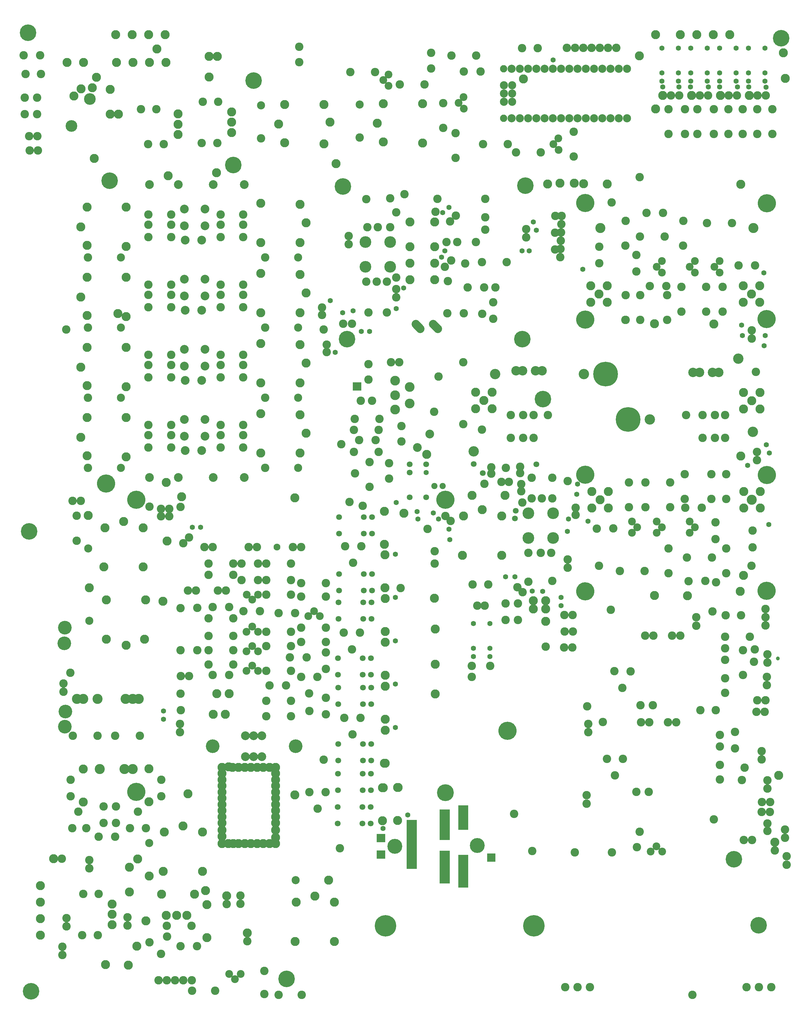
<source format=gbr>
%FSLAX34Y34*%
%MOMM*%
%LNSOLDERMASK_TOP*%
G71*
G01*
%ADD10C,2.600*%
%ADD11C,2.400*%
%ADD12C,2.800*%
%ADD13C,2.600*%
%ADD14C,5.100*%
%ADD15C,1.600*%
%ADD16C,3.100*%
%ADD17C,7.600*%
%ADD18C,3.200*%
%ADD19C,2.900*%
%ADD20C,2.600*%
%ADD21C,2.600*%
%ADD22C,2.400*%
%ADD23C,2.600*%
%ADD24C,3.600*%
%ADD25C,2.800*%
%ADD26C,3.000*%
%ADD27C,1.800*%
%ADD28C,1.600*%
%ADD29C,2.700*%
%ADD30C,2.700*%
%ADD31C,2.500*%
%ADD32C,2.800*%
%ADD33C,4.200*%
%ADD34C,2.700*%
%ADD35C,2.800*%
%ADD36C,2.100*%
%ADD37C,1.600*%
%ADD38C,6.600*%
%ADD39C,4.200*%
%ADD40C,4.600*%
%ADD41C,5.600*%
%ADD42C,1.900*%
%ADD43C,2.500*%
%ADD44C,2.250*%
%ADD45C,5.200*%
%ADD46C,1.200*%
%LPD*%
X519851Y1365358D02*
G54D10*
D03*
X519901Y1441608D02*
G54D10*
D03*
X438857Y1361958D02*
G54D10*
D03*
X438970Y1310977D02*
G54D10*
D03*
X553157Y1336558D02*
G54D10*
D03*
X553269Y1285578D02*
G54D10*
D03*
X519867Y1136758D02*
G54D10*
D03*
X519917Y1213008D02*
G54D10*
D03*
X640588Y1393372D02*
G54D10*
D03*
X564338Y1393422D02*
G54D10*
D03*
X565547Y1213008D02*
G54D10*
D03*
X565497Y1136758D02*
G54D10*
D03*
X697650Y1365357D02*
G54D10*
D03*
X697700Y1441607D02*
G54D10*
D03*
X594982Y1240842D02*
G54D10*
D03*
X692547Y1238408D02*
G54D10*
D03*
X692497Y1162158D02*
G54D10*
D03*
X768746Y1238408D02*
G54D10*
D03*
X768696Y1162158D02*
G54D10*
D03*
X819546Y1238408D02*
G54D10*
D03*
X819496Y1162158D02*
G54D10*
D03*
X919018Y1304453D02*
G54D10*
D03*
X868038Y1304340D02*
G54D10*
D03*
X847564Y1435176D02*
G54D10*
D03*
X771314Y1435226D02*
G54D10*
D03*
X632222Y1317783D02*
G54D11*
D03*
X616322Y1300208D02*
G54D11*
D03*
X632256Y1282592D02*
G54D11*
D03*
X733822Y1317783D02*
G54D11*
D03*
X717922Y1300208D02*
G54D11*
D03*
X733856Y1282592D02*
G54D11*
D03*
X810022Y1317783D02*
G54D11*
D03*
X794122Y1300208D02*
G54D11*
D03*
X810056Y1282592D02*
G54D11*
D03*
X413122Y1241683D02*
G54D12*
D03*
X463922Y1241683D02*
G54D12*
D03*
X438522Y1216283D02*
G54D12*
D03*
X463922Y1190883D02*
G54D12*
D03*
X413122Y1190883D02*
G54D12*
D03*
X883022Y1241683D02*
G54D12*
D03*
X933822Y1241683D02*
G54D12*
D03*
X908422Y1216283D02*
G54D12*
D03*
X933822Y1190883D02*
G54D12*
D03*
X883022Y1190883D02*
G54D12*
D03*
X584548Y1465992D02*
G54D10*
D03*
X635528Y1466105D02*
G54D10*
D03*
X519867Y1136758D02*
G54D13*
D03*
X395446Y1496376D02*
G54D14*
D03*
X645782Y1240842D02*
G54D10*
D03*
X648097Y1213008D02*
G54D10*
D03*
X648047Y1136758D02*
G54D10*
D03*
X477097Y1498158D02*
G54D10*
D03*
X388322Y1292383D02*
G54D15*
D03*
X565497Y1136758D02*
G54D13*
D03*
X648047Y1136758D02*
G54D13*
D03*
X692497Y1162158D02*
G54D13*
D03*
X768696Y1162158D02*
G54D13*
D03*
X955278Y1495583D02*
G54D14*
D03*
X395446Y1137602D02*
G54D14*
D03*
X954642Y1139189D02*
G54D14*
D03*
X445472Y1419383D02*
G54D15*
D03*
X442296Y1419384D02*
G54D16*
D03*
X914021Y1419384D02*
G54D16*
D03*
X528072Y830142D02*
G54D17*
D03*
X458222Y969842D02*
G54D17*
D03*
X391547Y969842D02*
G54D18*
D03*
X594747Y830142D02*
G54D18*
D03*
X182672Y979942D02*
G54D19*
D03*
X262672Y979942D02*
G54D20*
D03*
X727672Y974942D02*
G54D20*
D03*
X807672Y974942D02*
G54D20*
D03*
X262672Y979942D02*
G54D19*
D03*
X727672Y974942D02*
G54D19*
D03*
X807672Y974942D02*
G54D12*
D03*
X202672Y979942D02*
G54D19*
D03*
X242672Y979942D02*
G54D19*
D03*
X747672Y974942D02*
G54D19*
D03*
X787672Y974942D02*
G54D19*
D03*
X58247Y863612D02*
G54D12*
D03*
X58247Y914412D02*
G54D12*
D03*
X83647Y889012D02*
G54D12*
D03*
X109047Y914412D02*
G54D12*
D03*
X109047Y863612D02*
G54D12*
D03*
X58247Y862342D02*
G54D21*
D03*
X109047Y862342D02*
G54D13*
D03*
X883747Y862342D02*
G54D12*
D03*
X883747Y913142D02*
G54D12*
D03*
X909147Y887742D02*
G54D12*
D03*
X934547Y913142D02*
G54D12*
D03*
X934547Y862342D02*
G54D12*
D03*
X883747Y862342D02*
G54D21*
D03*
X934547Y862342D02*
G54D13*
D03*
X757204Y773705D02*
G54D10*
D03*
X757204Y843555D02*
G54D10*
D03*
X827054Y773705D02*
G54D10*
D03*
X827054Y843555D02*
G54D10*
D03*
X795304Y843555D02*
G54D10*
D03*
X795304Y773705D02*
G54D10*
D03*
X827055Y773705D02*
G54D13*
D03*
X827055Y843555D02*
G54D13*
D03*
X166654Y773705D02*
G54D10*
D03*
X166654Y843555D02*
G54D10*
D03*
X236504Y773705D02*
G54D10*
D03*
X236504Y843556D02*
G54D10*
D03*
X204754Y843556D02*
G54D10*
D03*
X204754Y773706D02*
G54D10*
D03*
X236505Y773705D02*
G54D13*
D03*
X236505Y843556D02*
G54D13*
D03*
X807672Y974942D02*
G54D19*
D03*
X280955Y843555D02*
G54D21*
D03*
X706405Y843555D02*
G54D21*
D03*
X921947Y976667D02*
G54D21*
D03*
X77397Y798868D02*
G54D21*
D03*
X58247Y913142D02*
G54D13*
D03*
X109047Y913143D02*
G54D13*
D03*
X883747Y913142D02*
G54D13*
D03*
X934547Y913142D02*
G54D13*
D03*
X934547Y862342D02*
G54D13*
D03*
X395446Y659764D02*
G54D14*
D03*
X955278Y658971D02*
G54D14*
D03*
X395446Y300989D02*
G54D14*
D03*
X954642Y302576D02*
G54D14*
D03*
X909021Y582771D02*
G54D16*
D03*
X-281578Y1299843D02*
G54D22*
D03*
X-205378Y1299843D02*
G54D22*
D03*
X-205378Y1376043D02*
G54D22*
D03*
X-281578Y1376043D02*
G54D22*
D03*
X-205466Y1511066D02*
G54D10*
D03*
X-205466Y1422166D02*
G54D10*
D03*
X-243566Y1422166D02*
G54D10*
D03*
X-275316Y1422166D02*
G54D10*
D03*
X-215110Y1159276D02*
G54D10*
D03*
X-278609Y1254526D02*
G54D10*
D03*
X-246860Y1254526D02*
G54D10*
D03*
X-215110Y1254526D02*
G54D10*
D03*
X-186627Y1266814D02*
G54D10*
D03*
X-278610Y1508526D02*
G54D10*
D03*
X-161016Y1523766D02*
G54D10*
D03*
X1412Y1376076D02*
G54D10*
D03*
X58562Y1376076D02*
G54D10*
D03*
X87262Y1452276D02*
G54D10*
D03*
X87262Y1509426D02*
G54D10*
D03*
X26212Y1310453D02*
G54D10*
D03*
X-27740Y1256572D02*
G54D10*
D03*
X26212Y1310453D02*
G54D13*
D03*
X153988Y1314504D02*
G54D10*
D03*
X77738Y1314554D02*
G54D10*
D03*
X153988Y1314505D02*
G54D13*
D03*
X33162Y1236376D02*
G54D10*
D03*
X83962Y1236376D02*
G54D10*
D03*
X83962Y1236376D02*
G54D10*
D03*
X112569Y1140270D02*
G54D10*
D03*
X112457Y1191251D02*
G54D10*
D03*
X112569Y1140270D02*
G54D10*
D03*
X87262Y1414176D02*
G54D10*
D03*
X119012Y1236376D02*
G54D10*
D03*
X-31608Y1376076D02*
G54D10*
D03*
X-20688Y1439576D02*
G54D10*
D03*
X-144384Y1438082D02*
G54D12*
D03*
X-68184Y1438082D02*
G54D12*
D03*
X-144384Y1361882D02*
G54D12*
D03*
X-144384Y1311082D02*
G54D12*
D03*
X-144384Y1260282D02*
G54D12*
D03*
X-68184Y1361882D02*
G54D12*
D03*
X-68184Y1311082D02*
G54D12*
D03*
X-68184Y1260282D02*
G54D12*
D03*
X-68184Y1438082D02*
G54D10*
D03*
X78067Y1155278D02*
G54D10*
D03*
X21847Y1157523D02*
G54D10*
D03*
X21847Y1157523D02*
G54D10*
D03*
X-28953Y1157523D02*
G54D10*
D03*
G54D23*
X-58769Y1109801D02*
X-72911Y1123943D01*
G54D23*
X-112744Y1109801D02*
X-126886Y1123943D01*
X-332978Y1394777D02*
G54D21*
D03*
X-332978Y1369377D02*
G54D21*
D03*
X-59928Y1509077D02*
G54D21*
D03*
X-281578Y1376042D02*
G54D24*
D03*
X-281578Y1299843D02*
G54D24*
D03*
X-205378Y1299843D02*
G54D24*
D03*
X-205378Y1376043D02*
G54D24*
D03*
X296900Y541641D02*
G54D22*
D03*
X220700Y541641D02*
G54D22*
D03*
X220700Y465441D02*
G54D22*
D03*
X296900Y465441D02*
G54D22*
D03*
X220788Y330418D02*
G54D10*
D03*
X220788Y419318D02*
G54D10*
D03*
X258888Y419318D02*
G54D10*
D03*
X290638Y419318D02*
G54D10*
D03*
X293932Y650458D02*
G54D10*
D03*
X230432Y650458D02*
G54D10*
D03*
X293931Y586958D02*
G54D10*
D03*
X262182Y586958D02*
G54D10*
D03*
X230432Y586958D02*
G54D10*
D03*
X201949Y574669D02*
G54D10*
D03*
X293932Y332958D02*
G54D10*
D03*
X341950Y373682D02*
G54D21*
D03*
X341950Y399082D02*
G54D21*
D03*
X341950Y640382D02*
G54D21*
D03*
X296900Y465441D02*
G54D24*
D03*
X296900Y541641D02*
G54D24*
D03*
X220700Y541641D02*
G54D24*
D03*
X220700Y465441D02*
G54D24*
D03*
X17692Y412060D02*
G54D12*
D03*
X20866Y532710D02*
G54D12*
D03*
X138342Y412060D02*
G54D12*
D03*
X138342Y532710D02*
G54D12*
D03*
X78017Y552173D02*
G54D12*
D03*
X20866Y532710D02*
G54D25*
D03*
X46713Y596292D02*
G54D12*
D03*
X148313Y596291D02*
G54D12*
D03*
X235613Y272152D02*
G54D12*
D03*
X235613Y246752D02*
G54D12*
D03*
X273713Y246752D02*
G54D12*
D03*
X273713Y208652D02*
G54D12*
D03*
X188208Y264145D02*
G54D10*
D03*
X188321Y213164D02*
G54D10*
D03*
X188208Y264144D02*
G54D10*
D03*
X188320Y213164D02*
G54D10*
D03*
X150108Y264145D02*
G54D10*
D03*
X150220Y213164D02*
G54D10*
D03*
X150108Y264144D02*
G54D10*
D03*
X150220Y213164D02*
G54D10*
D03*
X273713Y272152D02*
G54D12*
D03*
X84680Y632101D02*
G54D10*
D03*
X46713Y596292D02*
G54D12*
D03*
X-145329Y930590D02*
G54D26*
D03*
X-145329Y879790D02*
G54D26*
D03*
X-189779Y905190D02*
G54D26*
D03*
X-189779Y860740D02*
G54D26*
D03*
X-189779Y949640D02*
G54D26*
D03*
X-177079Y1006790D02*
G54D10*
D03*
X-202479Y1006790D02*
G54D10*
D03*
X-238164Y832165D02*
G54D10*
D03*
X-314414Y832215D02*
G54D10*
D03*
X-317106Y797905D02*
G54D10*
D03*
X-240856Y797855D02*
G54D10*
D03*
X-301172Y766429D02*
G54D10*
D03*
X-250192Y766541D02*
G54D10*
D03*
X-272329Y1000528D02*
G54D10*
D03*
X-272329Y952728D02*
G54D10*
D03*
X-268719Y698904D02*
G54D10*
D03*
X-268769Y622654D02*
G54D10*
D03*
X-208829Y647840D02*
G54D10*
D03*
X-208829Y695640D02*
G54D10*
D03*
X-296273Y887684D02*
G54D10*
D03*
X-261173Y887684D02*
G54D10*
D03*
X-170729Y762140D02*
G54D10*
D03*
X-170729Y809940D02*
G54D10*
D03*
X-317051Y730258D02*
G54D10*
D03*
X-240801Y730208D02*
G54D10*
D03*
X-69854Y853835D02*
G54D10*
D03*
X-317106Y797906D02*
G54D10*
D03*
X-317051Y730258D02*
G54D10*
D03*
X-208829Y647840D02*
G54D10*
D03*
X-268769Y622654D02*
G54D10*
D03*
G36*
X-294379Y944860D02*
X-294379Y918860D01*
X-320379Y918860D01*
X-320379Y944860D01*
X-294379Y944860D01*
G37*
X-94529Y692378D02*
G54D27*
D03*
X-94529Y666978D02*
G54D28*
D03*
X-145329Y692378D02*
G54D28*
D03*
X-145329Y666978D02*
G54D27*
D03*
X-94529Y590778D02*
G54D28*
D03*
X-145329Y590778D02*
G54D28*
D03*
X-92497Y723144D02*
G54D12*
D03*
X-90333Y493170D02*
G54D21*
D03*
X-145329Y692378D02*
G54D27*
D03*
X-94529Y590778D02*
G54D27*
D03*
X-145329Y590778D02*
G54D27*
D03*
X955222Y12320D02*
G54D10*
D03*
X955222Y37820D02*
G54D10*
D03*
X-880320Y743691D02*
G54D10*
D03*
X-950170Y743691D02*
G54D10*
D03*
X-880320Y813541D02*
G54D10*
D03*
X-950170Y813541D02*
G54D10*
D03*
X-950170Y781791D02*
G54D10*
D03*
X-880320Y781791D02*
G54D10*
D03*
X-836912Y734920D02*
G54D29*
D03*
X-785930Y735032D02*
G54D29*
D03*
X-658070Y743691D02*
G54D10*
D03*
X-727920Y743691D02*
G54D10*
D03*
X-658070Y813541D02*
G54D10*
D03*
X-727920Y813541D02*
G54D10*
D03*
X-727920Y781791D02*
G54D10*
D03*
X-658070Y781791D02*
G54D10*
D03*
X-775847Y779018D02*
G54D10*
D03*
X-775960Y829998D02*
G54D10*
D03*
X-839347Y779018D02*
G54D10*
D03*
X-839460Y829998D02*
G54D10*
D03*
X-658070Y813541D02*
G54D13*
D03*
X-727920Y813541D02*
G54D13*
D03*
X-775960Y829999D02*
G54D30*
D03*
X-839460Y829999D02*
G54D13*
D03*
X-880320Y813541D02*
G54D13*
D03*
X-950170Y813541D02*
G54D13*
D03*
X-839347Y779018D02*
G54D29*
D03*
X-839460Y829998D02*
G54D29*
D03*
X-775960Y829998D02*
G54D29*
D03*
X-775847Y779018D02*
G54D29*
D03*
X-603857Y847983D02*
G54D12*
D03*
X-483207Y844809D02*
G54D12*
D03*
X-603857Y727333D02*
G54D12*
D03*
X-483207Y727333D02*
G54D12*
D03*
X-464394Y787658D02*
G54D12*
D03*
X-590350Y681054D02*
G54D31*
D03*
X-488750Y681054D02*
G54D31*
D03*
X-483207Y844809D02*
G54D12*
D03*
X-1018852Y715244D02*
G54D12*
D03*
X-1139502Y718418D02*
G54D12*
D03*
X-1018852Y835895D02*
G54D12*
D03*
X-1139502Y835895D02*
G54D12*
D03*
X-1158314Y775570D02*
G54D12*
D03*
X-1139501Y718418D02*
G54D12*
D03*
X-1139502Y835895D02*
G54D12*
D03*
X-1136450Y681054D02*
G54D31*
D03*
X-1034850Y681054D02*
G54D31*
D03*
X-590350Y681054D02*
G54D10*
D03*
X-1136450Y681054D02*
G54D10*
D03*
X-880320Y959591D02*
G54D10*
D03*
X-950170Y959591D02*
G54D10*
D03*
X-880320Y1029441D02*
G54D10*
D03*
X-950170Y1029441D02*
G54D10*
D03*
X-950170Y997691D02*
G54D10*
D03*
X-880320Y997691D02*
G54D10*
D03*
X-836912Y950820D02*
G54D29*
D03*
X-785930Y950932D02*
G54D29*
D03*
X-658070Y959591D02*
G54D10*
D03*
X-727920Y959591D02*
G54D10*
D03*
X-658070Y1029441D02*
G54D10*
D03*
X-727920Y1029441D02*
G54D10*
D03*
X-727920Y997691D02*
G54D10*
D03*
X-658070Y997691D02*
G54D10*
D03*
X-775847Y994918D02*
G54D10*
D03*
X-775960Y1045898D02*
G54D10*
D03*
X-839347Y994918D02*
G54D10*
D03*
X-839460Y1045898D02*
G54D10*
D03*
X-658070Y1029441D02*
G54D13*
D03*
X-727920Y1029441D02*
G54D13*
D03*
X-775960Y1045899D02*
G54D30*
D03*
X-839460Y1045899D02*
G54D13*
D03*
X-880320Y1029441D02*
G54D13*
D03*
X-950170Y1029441D02*
G54D13*
D03*
X-839347Y994918D02*
G54D29*
D03*
X-839460Y1045898D02*
G54D29*
D03*
X-775960Y1045898D02*
G54D29*
D03*
X-775847Y994918D02*
G54D29*
D03*
X-603857Y1063883D02*
G54D12*
D03*
X-483207Y1060709D02*
G54D12*
D03*
X-603857Y943233D02*
G54D12*
D03*
X-483207Y943233D02*
G54D12*
D03*
X-464394Y1003558D02*
G54D12*
D03*
X-590350Y896954D02*
G54D31*
D03*
X-488750Y896954D02*
G54D31*
D03*
X-483207Y1060709D02*
G54D12*
D03*
X-1018852Y931144D02*
G54D12*
D03*
X-1139502Y934318D02*
G54D12*
D03*
X-1018852Y1051794D02*
G54D12*
D03*
X-1139502Y1051794D02*
G54D12*
D03*
X-1158314Y991470D02*
G54D12*
D03*
X-1139501Y934318D02*
G54D12*
D03*
X-1139502Y1051794D02*
G54D12*
D03*
X-1136450Y896954D02*
G54D31*
D03*
X-1034850Y896954D02*
G54D31*
D03*
X-590350Y896954D02*
G54D10*
D03*
X-1136450Y896954D02*
G54D10*
D03*
X-880320Y1175491D02*
G54D10*
D03*
X-950170Y1175491D02*
G54D10*
D03*
X-880320Y1245341D02*
G54D10*
D03*
X-950170Y1245341D02*
G54D10*
D03*
X-950170Y1213591D02*
G54D10*
D03*
X-880320Y1213591D02*
G54D10*
D03*
X-836912Y1166720D02*
G54D29*
D03*
X-785930Y1166832D02*
G54D29*
D03*
X-658070Y1175491D02*
G54D10*
D03*
X-727920Y1175491D02*
G54D10*
D03*
X-658070Y1245341D02*
G54D10*
D03*
X-727920Y1245341D02*
G54D10*
D03*
X-727920Y1213591D02*
G54D10*
D03*
X-658070Y1213591D02*
G54D10*
D03*
X-775847Y1210818D02*
G54D10*
D03*
X-775960Y1261798D02*
G54D10*
D03*
X-839347Y1210818D02*
G54D10*
D03*
X-839460Y1261798D02*
G54D10*
D03*
X-658070Y1245341D02*
G54D13*
D03*
X-727920Y1245341D02*
G54D13*
D03*
X-775960Y1261799D02*
G54D30*
D03*
X-839460Y1261799D02*
G54D13*
D03*
X-880320Y1245341D02*
G54D13*
D03*
X-950170Y1245341D02*
G54D13*
D03*
X-839347Y1210818D02*
G54D29*
D03*
X-839460Y1261799D02*
G54D29*
D03*
X-775960Y1261798D02*
G54D29*
D03*
X-775847Y1210818D02*
G54D29*
D03*
X-603857Y1279783D02*
G54D12*
D03*
X-483207Y1276609D02*
G54D12*
D03*
X-603857Y1159133D02*
G54D12*
D03*
X-483207Y1159133D02*
G54D12*
D03*
X-464394Y1219458D02*
G54D12*
D03*
X-590350Y1112853D02*
G54D31*
D03*
X-488750Y1112854D02*
G54D31*
D03*
X-483207Y1276609D02*
G54D12*
D03*
X-1018852Y1147044D02*
G54D12*
D03*
X-1139502Y1150218D02*
G54D12*
D03*
X-1018852Y1267694D02*
G54D12*
D03*
X-1139502Y1267694D02*
G54D12*
D03*
X-1158314Y1207370D02*
G54D12*
D03*
X-1139501Y1150218D02*
G54D12*
D03*
X-1139502Y1267694D02*
G54D12*
D03*
X-1136450Y1112853D02*
G54D31*
D03*
X-1034850Y1112854D02*
G54D31*
D03*
X-590350Y1112854D02*
G54D10*
D03*
X-1136450Y1112853D02*
G54D10*
D03*
X-880320Y1391391D02*
G54D10*
D03*
X-950170Y1391391D02*
G54D10*
D03*
X-880320Y1461241D02*
G54D10*
D03*
X-950170Y1461241D02*
G54D10*
D03*
X-950170Y1429491D02*
G54D10*
D03*
X-880320Y1429491D02*
G54D10*
D03*
X-836912Y1382620D02*
G54D29*
D03*
X-785930Y1382732D02*
G54D29*
D03*
X-658070Y1391391D02*
G54D10*
D03*
X-727920Y1391391D02*
G54D10*
D03*
X-658070Y1461241D02*
G54D10*
D03*
X-727920Y1461241D02*
G54D10*
D03*
X-727920Y1429491D02*
G54D10*
D03*
X-658070Y1429491D02*
G54D10*
D03*
X-775847Y1426718D02*
G54D10*
D03*
X-775960Y1477698D02*
G54D10*
D03*
X-839347Y1426718D02*
G54D10*
D03*
X-839460Y1477698D02*
G54D10*
D03*
X-658070Y1461241D02*
G54D13*
D03*
X-727920Y1461241D02*
G54D13*
D03*
X-775960Y1477699D02*
G54D30*
D03*
X-839460Y1477699D02*
G54D13*
D03*
X-880320Y1461241D02*
G54D13*
D03*
X-950170Y1461241D02*
G54D13*
D03*
X-839347Y1426718D02*
G54D29*
D03*
X-839460Y1477698D02*
G54D29*
D03*
X-775960Y1477698D02*
G54D29*
D03*
X-775847Y1426718D02*
G54D29*
D03*
X-603857Y1495683D02*
G54D12*
D03*
X-483207Y1492509D02*
G54D12*
D03*
X-603857Y1375033D02*
G54D12*
D03*
X-483207Y1375033D02*
G54D12*
D03*
X-464394Y1435358D02*
G54D12*
D03*
X-590350Y1328754D02*
G54D31*
D03*
X-488750Y1328754D02*
G54D31*
D03*
X-483207Y1492509D02*
G54D12*
D03*
X-1018852Y1362944D02*
G54D12*
D03*
X-1139502Y1366118D02*
G54D12*
D03*
X-1018852Y1483594D02*
G54D12*
D03*
X-1139502Y1483594D02*
G54D12*
D03*
X-1158314Y1423270D02*
G54D12*
D03*
X-1139501Y1366118D02*
G54D12*
D03*
X-1139502Y1483594D02*
G54D12*
D03*
X-1136450Y1328753D02*
G54D31*
D03*
X-1034850Y1328754D02*
G54D31*
D03*
X-590350Y1328754D02*
G54D10*
D03*
X-1136450Y1328754D02*
G54D10*
D03*
X-655196Y652018D02*
G54D29*
D03*
X-655196Y652018D02*
G54D29*
D03*
X-750446Y652018D02*
G54D29*
D03*
X-750446Y652018D02*
G54D29*
D03*
X-858396Y652018D02*
G54D29*
D03*
X-858396Y652018D02*
G54D29*
D03*
X-947296Y652018D02*
G54D29*
D03*
X-947296Y652018D02*
G54D29*
D03*
X-655196Y1553718D02*
G54D29*
D03*
X-655196Y1553718D02*
G54D29*
D03*
X-750446Y1553718D02*
G54D29*
D03*
X-750446Y1553718D02*
G54D29*
D03*
X-858396Y1553718D02*
G54D29*
D03*
X-858396Y1553718D02*
G54D29*
D03*
X-947296Y1553718D02*
G54D29*
D03*
X-947296Y1553718D02*
G54D29*
D03*
X-1203932Y1107188D02*
G54D21*
D03*
X-410182Y1107188D02*
G54D21*
D03*
X201770Y1077276D02*
G54D14*
D03*
X211296Y1550352D02*
G54D14*
D03*
X211295Y1550352D02*
G54D14*
D03*
X-337980Y1077276D02*
G54D14*
D03*
X-350680Y1547176D02*
G54D14*
D03*
X-959033Y274502D02*
G54D12*
D03*
X-962207Y153852D02*
G54D12*
D03*
X-1079682Y274502D02*
G54D12*
D03*
X-1079682Y153852D02*
G54D12*
D03*
X-1019358Y135040D02*
G54D12*
D03*
X-1087232Y376371D02*
G54D12*
D03*
X-1084058Y497021D02*
G54D12*
D03*
X-966582Y376371D02*
G54D12*
D03*
X-966583Y497021D02*
G54D12*
D03*
X-1026908Y516308D02*
G54D12*
D03*
X-1132312Y311795D02*
G54D31*
D03*
X-1132312Y210195D02*
G54D31*
D03*
X-1132312Y311795D02*
G54D10*
D03*
X-1132312Y311795D02*
G54D12*
D03*
X-1136110Y534990D02*
G54D31*
D03*
X-1136110Y433390D02*
G54D31*
D03*
X-1136110Y534990D02*
G54D10*
D03*
X-1136110Y534990D02*
G54D12*
D03*
X-962207Y153852D02*
G54D12*
D03*
X-966583Y497021D02*
G54D12*
D03*
X-1084058Y497021D02*
G54D12*
D03*
X-966583Y497021D02*
G54D12*
D03*
X-987822Y582771D02*
G54D14*
D03*
X-35322Y582771D02*
G54D14*
D03*
X-987822Y-315754D02*
G54D14*
D03*
X-35322Y-318929D02*
G54D14*
D03*
X48733Y322452D02*
G54D10*
D03*
X96533Y322451D02*
G54D10*
D03*
X48733Y322452D02*
G54D10*
D03*
X957329Y106861D02*
G54D21*
D03*
X957330Y81461D02*
G54D21*
D03*
X957329Y-280489D02*
G54D21*
D03*
X957330Y-305889D02*
G54D21*
D03*
X926145Y-34389D02*
G54D21*
D03*
X951545Y-34388D02*
G54D21*
D03*
X-69289Y280270D02*
G54D32*
D03*
X-66114Y185020D02*
G54D32*
D03*
X-66114Y77070D02*
G54D32*
D03*
X-66114Y-15005D02*
G54D32*
D03*
X-496684Y-175468D02*
G54D33*
D03*
X-752384Y-175568D02*
G54D33*
D03*
X-651658Y-143643D02*
G54D34*
D03*
X-626284Y-143768D02*
G54D34*
D03*
X-600840Y-143743D02*
G54D34*
D03*
X-403578Y-77384D02*
G54D10*
D03*
X-403753Y-26392D02*
G54D10*
D03*
X-701508Y-13518D02*
G54D35*
D03*
X-750908Y-77618D02*
G54D35*
D03*
X-712908Y-77618D02*
G54D35*
D03*
X-739608Y-13518D02*
G54D35*
D03*
X-850784Y-64368D02*
G54D10*
D03*
X-850908Y-13452D02*
G54D10*
D03*
X-587258Y-35793D02*
G54D10*
D03*
X-511008Y-35843D02*
G54D10*
D03*
X-853358Y-132493D02*
G54D10*
D03*
X-853358Y-106993D02*
G54D10*
D03*
X-587258Y-83418D02*
G54D10*
D03*
X-511009Y-83468D02*
G54D10*
D03*
X-612658Y335682D02*
G54D10*
D03*
X-663575Y335557D02*
G54D10*
D03*
X-647584Y291232D02*
G54D11*
D03*
X-630008Y275332D02*
G54D11*
D03*
X-612392Y291267D02*
G54D11*
D03*
X-641234Y437282D02*
G54D10*
D03*
X-615808Y437332D02*
G54D10*
D03*
X-587258Y291232D02*
G54D10*
D03*
X-511084Y291232D02*
G54D10*
D03*
X-765058Y351557D02*
G54D10*
D03*
X-688808Y351507D02*
G54D10*
D03*
X-606308Y240432D02*
G54D10*
D03*
X-657225Y240307D02*
G54D10*
D03*
X-612658Y176932D02*
G54D11*
D03*
X-630258Y192832D02*
G54D11*
D03*
X-647850Y176898D02*
G54D11*
D03*
X-612284Y116532D02*
G54D11*
D03*
X-630258Y132507D02*
G54D11*
D03*
X-647850Y116572D02*
G54D11*
D03*
X-587258Y176932D02*
G54D10*
D03*
X-511084Y176932D02*
G54D10*
D03*
X-612659Y56232D02*
G54D11*
D03*
X-630258Y72182D02*
G54D11*
D03*
X-647850Y56247D02*
G54D11*
D03*
X-765058Y119782D02*
G54D10*
D03*
X-688808Y119732D02*
G54D10*
D03*
X-764850Y75603D02*
G54D10*
D03*
X-688600Y75553D02*
G54D10*
D03*
X-587258Y56282D02*
G54D10*
D03*
X-510984Y56232D02*
G54D10*
D03*
X-525938Y11492D02*
G54D10*
D03*
X-576854Y11367D02*
G54D10*
D03*
X-587258Y132482D02*
G54D10*
D03*
X-511008Y132432D02*
G54D10*
D03*
X-429983Y37632D02*
G54D21*
D03*
X-454967Y-13300D02*
G54D21*
D03*
X-479866Y37746D02*
G54D21*
D03*
X-422158Y224557D02*
G54D11*
D03*
X-439959Y240357D02*
G54D11*
D03*
X-457349Y224522D02*
G54D11*
D03*
X-777758Y437282D02*
G54D10*
D03*
X-752184Y437232D02*
G54D10*
D03*
X-479308Y326157D02*
G54D10*
D03*
X-403058Y326107D02*
G54D10*
D03*
X-479308Y284882D02*
G54D10*
D03*
X-403058Y284832D02*
G54D10*
D03*
X-498358Y234082D02*
G54D10*
D03*
X-549275Y233957D02*
G54D10*
D03*
X-479308Y189632D02*
G54D10*
D03*
X-403058Y189582D02*
G54D10*
D03*
X-403158Y62607D02*
G54D10*
D03*
X-403271Y113588D02*
G54D10*
D03*
X-403109Y145182D02*
G54D10*
D03*
X-479384Y145232D02*
G54D10*
D03*
X-828508Y303957D02*
G54D10*
D03*
X-803646Y303644D02*
G54D10*
D03*
X-799984Y119782D02*
G54D10*
D03*
X-850958Y119632D02*
G54D10*
D03*
X-765058Y164232D02*
G54D10*
D03*
X-688808Y164182D02*
G54D10*
D03*
X-701558Y43582D02*
G54D10*
D03*
X-752534Y43432D02*
G54D10*
D03*
X-824958Y40432D02*
G54D10*
D03*
X-850258Y40732D02*
G54D10*
D03*
X-799984Y249957D02*
G54D10*
D03*
X-850958Y249857D02*
G54D10*
D03*
X-479308Y437282D02*
G54D10*
D03*
X-504784Y437282D02*
G54D10*
D03*
X-765058Y218207D02*
G54D10*
D03*
X-688808Y218157D02*
G54D10*
D03*
X-701584Y253157D02*
G54D10*
D03*
X-752484Y252957D02*
G54D10*
D03*
X-736484Y303932D02*
G54D10*
D03*
X-711584Y303632D02*
G54D10*
D03*
X-587258Y335682D02*
G54D10*
D03*
X-511084Y335682D02*
G54D10*
D03*
X-587258Y386482D02*
G54D10*
D03*
X-511084Y386532D02*
G54D10*
D03*
X-765084Y386532D02*
G54D10*
D03*
X-688883Y386532D02*
G54D10*
D03*
X-612658Y386482D02*
G54D10*
D03*
X-663575Y386357D02*
G54D10*
D03*
X-554034Y437282D02*
G54D36*
D03*
X-513958Y97868D02*
G54D10*
D03*
X-462978Y97980D02*
G54D10*
D03*
X-453859Y-67593D02*
G54D10*
D03*
X-600784Y-208068D02*
G54D34*
D03*
X-626084Y-207868D02*
G54D34*
D03*
X-651571Y-207936D02*
G54D34*
D03*
X-263534Y-219379D02*
G54D28*
D03*
X-288934Y-219379D02*
G54D28*
D03*
X-263534Y-168579D02*
G54D28*
D03*
X-288934Y-168579D02*
G54D28*
D03*
X-365134Y-219379D02*
G54D27*
D03*
X-365134Y-168579D02*
G54D28*
D03*
X-220925Y-228262D02*
G54D12*
D03*
X-220925Y-126662D02*
G54D12*
D03*
X-222909Y-228262D02*
G54D12*
D03*
X-263534Y-45944D02*
G54D28*
D03*
X-288934Y-45944D02*
G54D28*
D03*
X-263534Y4856D02*
G54D28*
D03*
X-288934Y4856D02*
G54D28*
D03*
X-365134Y-45944D02*
G54D28*
D03*
X-365134Y4856D02*
G54D28*
D03*
X-296634Y-88574D02*
G54D21*
D03*
X-321617Y-139506D02*
G54D21*
D03*
X-346516Y-88460D02*
G54D21*
D03*
X-261152Y303306D02*
G54D28*
D03*
X-286552Y303306D02*
G54D28*
D03*
X-261152Y354106D02*
G54D28*
D03*
X-286552Y354106D02*
G54D28*
D03*
X-362752Y303306D02*
G54D28*
D03*
X-362752Y354106D02*
G54D28*
D03*
X-261152Y478724D02*
G54D28*
D03*
X-286552Y478724D02*
G54D28*
D03*
X-261152Y529524D02*
G54D28*
D03*
X-286552Y529524D02*
G54D28*
D03*
X-362752Y478724D02*
G54D28*
D03*
X-362752Y529524D02*
G54D28*
D03*
X-294252Y440063D02*
G54D21*
D03*
X-319236Y389131D02*
G54D21*
D03*
X-344135Y440178D02*
G54D21*
D03*
X-298221Y173760D02*
G54D21*
D03*
X-323204Y122828D02*
G54D21*
D03*
X-348104Y173874D02*
G54D21*
D03*
X-262740Y216787D02*
G54D28*
D03*
X-288140Y216787D02*
G54D28*
D03*
X-262740Y267587D02*
G54D28*
D03*
X-288140Y267587D02*
G54D28*
D03*
X-364340Y216787D02*
G54D28*
D03*
X-364340Y267587D02*
G54D28*
D03*
X-264327Y44543D02*
G54D28*
D03*
X-289727Y44543D02*
G54D28*
D03*
X-264327Y95343D02*
G54D28*
D03*
X-289727Y95343D02*
G54D28*
D03*
X-365927Y44543D02*
G54D28*
D03*
X-365927Y95343D02*
G54D28*
D03*
X-220925Y-92928D02*
G54D12*
D03*
X-220925Y8672D02*
G54D12*
D03*
X-220925Y-92928D02*
G54D12*
D03*
X-220528Y43200D02*
G54D12*
D03*
X-220528Y144800D02*
G54D12*
D03*
X-220528Y43200D02*
G54D12*
D03*
X-220528Y177741D02*
G54D12*
D03*
X-220528Y279340D02*
G54D12*
D03*
X-220528Y177740D02*
G54D12*
D03*
X-221718Y312282D02*
G54D12*
D03*
X-221718Y413881D02*
G54D12*
D03*
X-221718Y312281D02*
G54D12*
D03*
X-223306Y445632D02*
G54D12*
D03*
X-223306Y547231D02*
G54D12*
D03*
X-223306Y445631D02*
G54D12*
D03*
X-173033Y311076D02*
G54D21*
D03*
X-410364Y-216768D02*
G54D21*
D03*
X-365134Y-168579D02*
G54D27*
D03*
X-288934Y-219379D02*
G54D27*
D03*
X-263534Y-219379D02*
G54D27*
D03*
X-288934Y-168579D02*
G54D27*
D03*
X-263534Y-168579D02*
G54D27*
D03*
X-365134Y-45944D02*
G54D27*
D03*
X-365134Y4856D02*
G54D27*
D03*
X-288934Y-45944D02*
G54D27*
D03*
X-263534Y-45944D02*
G54D27*
D03*
X-263534Y4856D02*
G54D27*
D03*
X-288934Y4856D02*
G54D27*
D03*
X-289727Y44543D02*
G54D27*
D03*
X-264327Y44543D02*
G54D27*
D03*
X-264327Y95343D02*
G54D27*
D03*
X-289727Y95343D02*
G54D27*
D03*
X-365927Y44543D02*
G54D27*
D03*
X-365927Y95343D02*
G54D27*
D03*
X-364340Y216787D02*
G54D27*
D03*
X-288140Y216787D02*
G54D27*
D03*
X-364340Y267587D02*
G54D27*
D03*
X-288140Y267587D02*
G54D27*
D03*
X-262740Y267587D02*
G54D27*
D03*
X-262740Y216787D02*
G54D27*
D03*
X-362752Y303306D02*
G54D27*
D03*
X-362752Y354106D02*
G54D27*
D03*
X-286552Y303306D02*
G54D27*
D03*
X-261152Y303306D02*
G54D27*
D03*
X-261152Y354106D02*
G54D27*
D03*
X-286552Y354106D02*
G54D27*
D03*
X-362752Y478724D02*
G54D27*
D03*
X-362752Y529524D02*
G54D27*
D03*
X-286552Y478724D02*
G54D27*
D03*
X-261152Y478724D02*
G54D27*
D03*
X-261152Y529524D02*
G54D27*
D03*
X-286552Y529524D02*
G54D27*
D03*
X-298221Y173760D02*
G54D21*
D03*
X-294252Y440063D02*
G54D21*
D03*
X-265518Y-413052D02*
G54D28*
D03*
X-290918Y-413052D02*
G54D28*
D03*
X-265518Y-362252D02*
G54D28*
D03*
X-290918Y-362252D02*
G54D28*
D03*
X-367118Y-413052D02*
G54D27*
D03*
X-367118Y-362252D02*
G54D28*
D03*
X-367118Y-362252D02*
G54D27*
D03*
X-290918Y-413052D02*
G54D27*
D03*
X-265518Y-413052D02*
G54D27*
D03*
X-290918Y-362252D02*
G54D27*
D03*
X-265518Y-362252D02*
G54D27*
D03*
X-404187Y-317174D02*
G54D21*
D03*
X-429170Y-368106D02*
G54D21*
D03*
X-454069Y-317060D02*
G54D21*
D03*
X-228770Y-303562D02*
G54D12*
D03*
X-228770Y-405162D02*
G54D12*
D03*
X-226786Y-303562D02*
G54D12*
D03*
X-182732Y-302372D02*
G54D12*
D03*
X-182732Y-403972D02*
G54D12*
D03*
X-180748Y-302372D02*
G54D12*
D03*
X-264724Y-310658D02*
G54D28*
D03*
X-290124Y-310658D02*
G54D28*
D03*
X-264724Y-259858D02*
G54D28*
D03*
X-290124Y-259858D02*
G54D28*
D03*
X-366324Y-310658D02*
G54D27*
D03*
X-366325Y-259858D02*
G54D28*
D03*
X-366325Y-259858D02*
G54D27*
D03*
X-290124Y-310658D02*
G54D27*
D03*
X-264724Y-310658D02*
G54D27*
D03*
X-290124Y-259858D02*
G54D27*
D03*
X-264724Y-259858D02*
G54D27*
D03*
X-499224Y589264D02*
G54D32*
D03*
X-499224Y-325136D02*
G54D32*
D03*
X-691589Y-240430D02*
G54D12*
D03*
X-558239Y-373780D02*
G54D12*
D03*
X-558239Y-354730D02*
G54D12*
D03*
X-558239Y-335680D02*
G54D12*
D03*
X-558239Y-316630D02*
G54D12*
D03*
X-558239Y-297580D02*
G54D12*
D03*
X-558239Y-278530D02*
G54D12*
D03*
X-558239Y-259480D02*
G54D12*
D03*
X-558239Y-240430D02*
G54D12*
D03*
X-558239Y-392830D02*
G54D12*
D03*
X-558239Y-411880D02*
G54D12*
D03*
X-558239Y-411880D02*
G54D12*
D03*
X-653489Y-240430D02*
G54D12*
D03*
X-634439Y-240430D02*
G54D12*
D03*
X-615389Y-240430D02*
G54D12*
D03*
X-596339Y-240430D02*
G54D12*
D03*
X-577289Y-240430D02*
G54D12*
D03*
X-672539Y-240430D02*
G54D12*
D03*
X-691589Y-240430D02*
G54D12*
D03*
X-558239Y-240430D02*
G54D12*
D03*
X-892924Y455914D02*
G54D12*
D03*
X-163308Y541471D02*
G54D12*
D03*
X-272260Y1159276D02*
G54D10*
D03*
X357720Y177222D02*
G54D10*
D03*
X332145Y177273D02*
G54D10*
D03*
X357091Y228069D02*
G54D10*
D03*
X331516Y228120D02*
G54D10*
D03*
X950980Y246561D02*
G54D21*
D03*
X950980Y221161D02*
G54D21*
D03*
X950980Y195761D02*
G54D21*
D03*
X957330Y-436064D02*
G54D21*
D03*
X279824Y1554692D02*
G54D12*
D03*
X875188Y1554523D02*
G54D12*
D03*
X875188Y717910D02*
G54D12*
D03*
X463974Y1554692D02*
G54D12*
D03*
X362374Y1557867D02*
G54D12*
D03*
X176738Y-383765D02*
G54D10*
D03*
X317924Y1557867D02*
G54D12*
D03*
X-390101Y1195917D02*
G54D37*
D03*
X787974Y239094D02*
G54D10*
D03*
X876052Y227822D02*
G54D10*
D03*
X828252Y227823D02*
G54D10*
D03*
X957329Y-413839D02*
G54D21*
D03*
X-1171178Y533558D02*
G54D10*
D03*
X-1171228Y457308D02*
G54D10*
D03*
X-1171228Y457308D02*
G54D13*
D03*
X-1184113Y579986D02*
G54D10*
D03*
X-1158638Y579987D02*
G54D10*
D03*
X-322942Y1125304D02*
G54D10*
D03*
X-349929Y1125304D02*
G54D10*
D03*
X-186416Y1231666D02*
G54D10*
D03*
X-186416Y1206266D02*
G54D10*
D03*
X-186416Y1171341D02*
G54D15*
D03*
X-351516Y1158641D02*
G54D15*
D03*
X213633Y1390416D02*
G54D10*
D03*
X213633Y1415816D02*
G54D10*
D03*
X235922Y1438433D02*
G54D15*
D03*
X908958Y1104666D02*
G54D10*
D03*
X908958Y1079266D02*
G54D10*
D03*
X877272Y1120933D02*
G54D15*
D03*
X924834Y730016D02*
G54D10*
D03*
X924834Y704616D02*
G54D10*
D03*
X953472Y752633D02*
G54D15*
D03*
X366034Y558566D02*
G54D10*
D03*
X366034Y536341D02*
G54D10*
D03*
X369272Y600233D02*
G54D15*
D03*
X343872Y524033D02*
G54D15*
D03*
X-19367Y517759D02*
G54D10*
D03*
X-35083Y533475D02*
G54D10*
D03*
X-24428Y492283D02*
G54D15*
D03*
X-56178Y524033D02*
G54D15*
D03*
X202441Y298296D02*
G54D10*
D03*
X186726Y314011D02*
G54D10*
D03*
X178772Y346233D02*
G54D15*
D03*
X232746Y301783D02*
G54D15*
D03*
X-319766Y1164991D02*
G54D15*
D03*
X245384Y1412641D02*
G54D15*
D03*
X200934Y1349141D02*
G54D15*
D03*
X223222Y1349533D02*
G54D15*
D03*
X880384Y1088791D02*
G54D15*
D03*
X950234Y1088791D02*
G54D15*
D03*
X947122Y1057433D02*
G54D15*
D03*
X962934Y726841D02*
G54D15*
D03*
X896322Y689133D02*
G54D15*
D03*
X-294366Y1101491D02*
G54D15*
D03*
X-268966Y1101491D02*
G54D15*
D03*
X372384Y631591D02*
G54D15*
D03*
X340634Y485541D02*
G54D15*
D03*
X150134Y345841D02*
G54D15*
D03*
X264434Y301391D02*
G54D15*
D03*
X-72116Y542691D02*
G54D15*
D03*
X-21316Y460141D02*
G54D15*
D03*
X-119678Y524033D02*
G54D15*
D03*
X-122697Y546854D02*
G54D15*
D03*
X321584Y256941D02*
G54D15*
D03*
X321646Y282733D02*
G54D15*
D03*
X-1020894Y-30325D02*
G54D16*
D03*
X-1106619Y-30325D02*
G54D16*
D03*
X-1024069Y-246225D02*
G54D16*
D03*
X-1100269Y-246225D02*
G54D16*
D03*
X-998669Y-30325D02*
G54D16*
D03*
X-1151069Y-30325D02*
G54D16*
D03*
X-998669Y-246225D02*
G54D16*
D03*
X-1052791Y-143028D02*
G54D10*
D03*
X-976541Y-143078D02*
G54D10*
D03*
X-1052791Y-143027D02*
G54D10*
D03*
X-1182966Y-143028D02*
G54D10*
D03*
X-1106716Y-143078D02*
G54D10*
D03*
X-1182966Y-143027D02*
G54D10*
D03*
X-948887Y-245392D02*
G54D12*
D03*
X-948887Y-346991D02*
G54D12*
D03*
X-1151069Y-246225D02*
G54D12*
D03*
X-1151069Y-347825D02*
G54D12*
D03*
X-910996Y-278442D02*
G54D10*
D03*
X-910884Y-329423D02*
G54D10*
D03*
X-910996Y-278442D02*
G54D10*
D03*
X-1190396Y-278442D02*
G54D10*
D03*
X-1190284Y-329423D02*
G54D10*
D03*
X-1190396Y-278442D02*
G54D10*
D03*
X-910996Y-278442D02*
G54D10*
D03*
X-1166679Y-376668D02*
G54D21*
D03*
X-1141780Y-427714D02*
G54D21*
D03*
X-1007513Y-427600D02*
G54D21*
D03*
X-982529Y-376668D02*
G54D21*
D03*
X-957630Y-427714D02*
G54D21*
D03*
X-1050696Y-360993D02*
G54D10*
D03*
X-1050584Y-411974D02*
G54D10*
D03*
X-1050696Y-360993D02*
G54D10*
D03*
X-1050696Y-360993D02*
G54D10*
D03*
X-1088796Y-360993D02*
G54D10*
D03*
X-1088684Y-411974D02*
G54D10*
D03*
X-1088796Y-360993D02*
G54D10*
D03*
X-1088796Y-360993D02*
G54D10*
D03*
X-1052741Y-454228D02*
G54D10*
D03*
X-1103541Y-454228D02*
G54D10*
D03*
X-1170119Y-30325D02*
G54D16*
D03*
X-979619Y-30325D02*
G54D16*
D03*
X-1185313Y-427600D02*
G54D21*
D03*
X-853358Y-106993D02*
G54D10*
D03*
X-1212133Y-7874D02*
G54D10*
D03*
X-1212134Y17626D02*
G54D10*
D03*
X-905622Y270945D02*
G54D12*
D03*
X-219824Y-728361D02*
G54D12*
D03*
X237376Y-728361D02*
G54D38*
D03*
X-409550Y1679070D02*
G54D12*
D03*
X-530200Y1682244D02*
G54D12*
D03*
X-409550Y1799720D02*
G54D12*
D03*
X-530200Y1799720D02*
G54D12*
D03*
X-549012Y1739396D02*
G54D12*
D03*
X-530200Y1682244D02*
G54D12*
D03*
X-603628Y1797602D02*
G54D31*
D03*
X-603628Y1696002D02*
G54D10*
D03*
X-530200Y1682244D02*
G54D12*
D03*
X-105524Y1681464D02*
G54D12*
D03*
X-226174Y1684638D02*
G54D12*
D03*
X-105524Y1802114D02*
G54D12*
D03*
X-226174Y1802114D02*
G54D12*
D03*
X-244986Y1741789D02*
G54D12*
D03*
X-226174Y1684638D02*
G54D12*
D03*
X-299602Y1799996D02*
G54D31*
D03*
X-299602Y1698396D02*
G54D10*
D03*
X-226174Y1684638D02*
G54D12*
D03*
X-1117176Y1634067D02*
G54D12*
D03*
X-1187828Y1734102D02*
G54D24*
D03*
X-688802Y1613299D02*
G54D14*
D03*
X-1069802Y1564880D02*
G54D14*
D03*
X-1080914Y633018D02*
G54D14*
D03*
X-895515Y636060D02*
G54D12*
D03*
X-888991Y1580056D02*
G54D12*
D03*
X-740193Y1589962D02*
G54D12*
D03*
X-894926Y-696383D02*
G54D12*
D03*
X-863176Y-696383D02*
G54D12*
D03*
X-831426Y-696383D02*
G54D12*
D03*
X-893990Y-728683D02*
G54D10*
D03*
X-817740Y-728733D02*
G54D10*
D03*
X-808078Y-631256D02*
G54D12*
D03*
X-909678Y-631256D02*
G54D12*
D03*
X-769978Y-764606D02*
G54D12*
D03*
X-769978Y-663006D02*
G54D12*
D03*
X-800537Y-790778D02*
G54D10*
D03*
X-851518Y-790890D02*
G54D10*
D03*
X-946786Y-779489D02*
G54D21*
D03*
X-893105Y-761140D02*
G54D21*
D03*
X-911594Y-814842D02*
G54D21*
D03*
X-774276Y-620183D02*
G54D12*
D03*
X-851518Y-790890D02*
G54D21*
D03*
X-904241Y-560716D02*
G54D12*
D03*
X-901067Y-440066D02*
G54D12*
D03*
X-783591Y-560716D02*
G54D12*
D03*
X-783591Y-440066D02*
G54D12*
D03*
X-843916Y-421254D02*
G54D12*
D03*
X-901068Y-440066D02*
G54D12*
D03*
X-783591Y-440066D02*
G54D12*
D03*
X-947428Y-575297D02*
G54D31*
D03*
X-947428Y-473698D02*
G54D31*
D03*
X410450Y-916801D02*
G54D10*
D03*
X334150Y-916802D02*
G54D10*
D03*
X372350Y-916801D02*
G54D10*
D03*
X-219824Y-728361D02*
G54D38*
D03*
X969250Y-916801D02*
G54D10*
D03*
X892950Y-916802D02*
G54D10*
D03*
X931150Y-916801D02*
G54D10*
D03*
X19771Y816290D02*
G54D10*
D03*
X-36792Y1299947D02*
G54D10*
D03*
X-17174Y1319566D02*
G54D10*
D03*
X19771Y1006790D02*
G54D10*
D03*
X-56429Y962340D02*
G54D10*
D03*
X-356394Y754062D02*
G54D10*
D03*
X-330994Y576262D02*
G54D10*
D03*
X-903966Y-92309D02*
G54D15*
D03*
X-903966Y-66909D02*
G54D15*
D03*
X-843242Y449047D02*
G54D10*
D03*
X-825211Y467078D02*
G54D10*
D03*
X-815066Y498241D02*
G54D15*
D03*
X-789666Y498241D02*
G54D15*
D03*
X-497841Y-776616D02*
G54D12*
D03*
X-494667Y-655966D02*
G54D12*
D03*
X-377191Y-776616D02*
G54D12*
D03*
X-377191Y-655966D02*
G54D12*
D03*
X-437516Y-637154D02*
G54D12*
D03*
X-494668Y-655966D02*
G54D12*
D03*
X-377191Y-655966D02*
G54D12*
D03*
X-395301Y-588278D02*
G54D31*
D03*
X-496901Y-588278D02*
G54D31*
D03*
X-1015099Y-702162D02*
G54D10*
D03*
X-1015099Y-727662D02*
G54D10*
D03*
X-1207672Y189068D02*
G54D39*
D03*
X63103Y-480854D02*
G54D40*
D03*
G36*
X35521Y-376654D02*
X35521Y-432654D01*
X4521Y-432654D01*
X4521Y-376654D01*
X35521Y-376654D01*
G37*
G36*
X35521Y-529054D02*
X35521Y-585054D01*
X4521Y-585054D01*
X4521Y-529054D01*
X35521Y-529054D01*
G37*
G36*
X-21629Y-408404D02*
X-21629Y-464404D01*
X-52629Y-464404D01*
X-52629Y-408404D01*
X-21629Y-408404D01*
G37*
G36*
X-21629Y-497304D02*
X-21629Y-553304D01*
X-52629Y-553304D01*
X-52629Y-497304D01*
X-21629Y-497304D01*
G37*
G36*
X-123229Y-402054D02*
X-123229Y-458054D01*
X-154229Y-458054D01*
X-154229Y-402054D01*
X-123229Y-402054D01*
G37*
G36*
X-123229Y-497304D02*
X-123229Y-553304D01*
X-154229Y-553304D01*
X-154229Y-497304D01*
X-123229Y-497304D01*
G37*
G36*
X-21629Y-370304D02*
X-21629Y-426304D01*
X-52629Y-426304D01*
X-52629Y-370304D01*
X-21629Y-370304D01*
G37*
G36*
X-21629Y-541754D02*
X-21629Y-597754D01*
X-52629Y-597754D01*
X-52629Y-541754D01*
X-21629Y-541754D01*
G37*
G36*
X-123229Y-452854D02*
X-123229Y-508854D01*
X-154229Y-508854D01*
X-154229Y-452854D01*
X-123229Y-452854D01*
G37*
G36*
X35521Y-357604D02*
X35521Y-413604D01*
X4521Y-413604D01*
X4521Y-357604D01*
X35521Y-357604D01*
G37*
G36*
X35521Y-554454D02*
X35521Y-610454D01*
X4521Y-610454D01*
X4521Y-554454D01*
X35521Y-554454D01*
G37*
X-190897Y-484029D02*
G54D40*
D03*
G36*
X-246455Y-445231D02*
X-220455Y-445231D01*
X-220455Y-471231D01*
X-246455Y-471231D01*
X-246455Y-445231D01*
G37*
G36*
X-246455Y-496031D02*
X-220455Y-496031D01*
X-220455Y-522031D01*
X-246455Y-522031D01*
X-246455Y-496031D01*
G37*
G36*
X93270Y-505556D02*
X119270Y-505556D01*
X119270Y-531556D01*
X93270Y-531556D01*
X93270Y-505556D01*
G37*
X-1321197Y2021046D02*
G54D14*
D03*
X-625872Y1873408D02*
G54D14*
D03*
X853678Y-523717D02*
G54D14*
D03*
X-1311672Y-930117D02*
G54D14*
D03*
X-524272Y-892017D02*
G54D14*
D03*
X-694123Y1776948D02*
G54D12*
D03*
X-694123Y1745198D02*
G54D12*
D03*
X-694123Y1713448D02*
G54D12*
D03*
X-785973Y1680843D02*
G54D10*
D03*
X-738173Y1680843D02*
G54D10*
D03*
X-782798Y1807842D02*
G54D10*
D03*
X-734998Y1807843D02*
G54D10*
D03*
X-859223Y1770598D02*
G54D12*
D03*
X-859223Y1738848D02*
G54D12*
D03*
X-859223Y1707098D02*
G54D12*
D03*
X-951073Y1677668D02*
G54D10*
D03*
X-903273Y1677668D02*
G54D10*
D03*
X-973298Y1785618D02*
G54D10*
D03*
X-925498Y1785618D02*
G54D10*
D03*
X-1062423Y-661452D02*
G54D12*
D03*
X-1062423Y-693202D02*
G54D12*
D03*
X-1062423Y-724952D02*
G54D12*
D03*
X-1154273Y-757557D02*
G54D10*
D03*
X-1106473Y-757557D02*
G54D10*
D03*
X-1151098Y-630558D02*
G54D10*
D03*
X-1103298Y-630557D02*
G54D10*
D03*
X-947428Y-575297D02*
G54D12*
D03*
X-395301Y-588278D02*
G54D12*
D03*
X-1009016Y-548254D02*
G54D12*
D03*
X-37128Y1349533D02*
G54D15*
D03*
X-46716Y1330091D02*
G54D15*
D03*
X-20688Y1439576D02*
G54D10*
D03*
X-2657Y1457608D02*
G54D10*
D03*
X-24428Y1482883D02*
G54D15*
D03*
X-43541Y1466616D02*
G54D15*
D03*
X-1132758Y-551593D02*
G54D10*
D03*
X-1132759Y-526093D02*
G54D10*
D03*
X-1215308Y-818293D02*
G54D10*
D03*
X-1215309Y-792793D02*
G54D10*
D03*
X-1130678Y1816652D02*
G54D24*
D03*
X-1242174Y-521986D02*
G54D12*
D03*
X-1209460Y140755D02*
G54D39*
D03*
X-1048262Y1929114D02*
G54D12*
D03*
X-997462Y1929114D02*
G54D12*
D03*
X-946662Y1929114D02*
G54D12*
D03*
X-895862Y1929114D02*
G54D12*
D03*
X-1200662Y1929114D02*
G54D12*
D03*
X-1149862Y1929114D02*
G54D12*
D03*
X-775960Y1261798D02*
G54D29*
D03*
X-839460Y1045898D02*
G54D29*
D03*
X-775960Y1045899D02*
G54D29*
D03*
X-839460Y829998D02*
G54D29*
D03*
X-775960Y829998D02*
G54D29*
D03*
X-163397Y1234841D02*
G54D15*
D03*
X830237Y433595D02*
G54D10*
D03*
X830187Y357344D02*
G54D10*
D03*
X911230Y436995D02*
G54D10*
D03*
X911118Y487976D02*
G54D10*
D03*
X796931Y462395D02*
G54D10*
D03*
X796818Y513376D02*
G54D10*
D03*
X830221Y662195D02*
G54D10*
D03*
X830171Y585944D02*
G54D10*
D03*
X709500Y405581D02*
G54D10*
D03*
X785750Y405531D02*
G54D10*
D03*
X784541Y585944D02*
G54D10*
D03*
X784591Y662195D02*
G54D10*
D03*
X652438Y433596D02*
G54D10*
D03*
X652388Y357346D02*
G54D10*
D03*
X755106Y558111D02*
G54D10*
D03*
X657541Y560544D02*
G54D10*
D03*
X657591Y636795D02*
G54D10*
D03*
X581341Y560544D02*
G54D10*
D03*
X581391Y636795D02*
G54D10*
D03*
X530541Y560544D02*
G54D10*
D03*
X530591Y636795D02*
G54D10*
D03*
X431070Y494500D02*
G54D10*
D03*
X482050Y494613D02*
G54D10*
D03*
X502524Y363776D02*
G54D10*
D03*
X578774Y363727D02*
G54D10*
D03*
X717866Y481170D02*
G54D11*
D03*
X733766Y498745D02*
G54D11*
D03*
X717832Y516360D02*
G54D11*
D03*
X616266Y481170D02*
G54D11*
D03*
X632166Y498744D02*
G54D11*
D03*
X616231Y516360D02*
G54D11*
D03*
X540066Y481170D02*
G54D11*
D03*
X555966Y498745D02*
G54D11*
D03*
X540031Y516361D02*
G54D11*
D03*
X935378Y558064D02*
G54D12*
D03*
X884578Y558064D02*
G54D12*
D03*
X909978Y583464D02*
G54D12*
D03*
X884578Y608864D02*
G54D12*
D03*
X935378Y608864D02*
G54D12*
D03*
X467066Y557270D02*
G54D12*
D03*
X416266Y557270D02*
G54D12*
D03*
X441666Y582670D02*
G54D12*
D03*
X416266Y608070D02*
G54D12*
D03*
X467066Y608070D02*
G54D12*
D03*
X765540Y332960D02*
G54D10*
D03*
X714560Y332848D02*
G54D10*
D03*
X830221Y662195D02*
G54D13*
D03*
X954642Y302576D02*
G54D14*
D03*
X704306Y558111D02*
G54D10*
D03*
X701991Y585945D02*
G54D10*
D03*
X702041Y662195D02*
G54D10*
D03*
X961766Y506570D02*
G54D15*
D03*
X784591Y662195D02*
G54D13*
D03*
X702041Y662195D02*
G54D13*
D03*
X657591Y636795D02*
G54D13*
D03*
X581391Y636795D02*
G54D13*
D03*
X394810Y303370D02*
G54D14*
D03*
X954642Y661351D02*
G54D14*
D03*
X395445Y659764D02*
G54D14*
D03*
X875188Y717910D02*
G54D10*
D03*
X404166Y516970D02*
G54D15*
D03*
X908422Y379671D02*
G54D10*
D03*
X438522Y379671D02*
G54D10*
D03*
X474900Y244430D02*
G54D10*
D03*
X519850Y1365358D02*
G54D10*
D03*
X519900Y1441608D02*
G54D10*
D03*
X438857Y1361958D02*
G54D10*
D03*
X438969Y1310978D02*
G54D10*
D03*
X553156Y1336558D02*
G54D10*
D03*
X553268Y1285578D02*
G54D10*
D03*
X519866Y1136759D02*
G54D10*
D03*
X519916Y1213009D02*
G54D10*
D03*
X640587Y1393372D02*
G54D10*
D03*
X564337Y1393422D02*
G54D10*
D03*
X565546Y1213008D02*
G54D10*
D03*
X565496Y1136759D02*
G54D10*
D03*
X697650Y1365358D02*
G54D10*
D03*
X697699Y1441608D02*
G54D10*
D03*
X594981Y1240842D02*
G54D10*
D03*
X692546Y1238409D02*
G54D10*
D03*
X692496Y1162159D02*
G54D10*
D03*
X768746Y1238408D02*
G54D10*
D03*
X768696Y1162158D02*
G54D10*
D03*
X819546Y1238408D02*
G54D10*
D03*
X819496Y1162158D02*
G54D10*
D03*
X919018Y1304453D02*
G54D10*
D03*
X868037Y1304340D02*
G54D10*
D03*
X847562Y1435176D02*
G54D10*
D03*
X771313Y1435226D02*
G54D10*
D03*
X632221Y1317784D02*
G54D11*
D03*
X616321Y1300209D02*
G54D11*
D03*
X632255Y1282593D02*
G54D11*
D03*
X733821Y1317784D02*
G54D11*
D03*
X717921Y1300208D02*
G54D11*
D03*
X733856Y1282593D02*
G54D11*
D03*
X810021Y1317784D02*
G54D11*
D03*
X794121Y1300208D02*
G54D11*
D03*
X810056Y1282593D02*
G54D11*
D03*
X413121Y1241684D02*
G54D12*
D03*
X463921Y1241684D02*
G54D12*
D03*
X438521Y1216284D02*
G54D12*
D03*
X463921Y1190884D02*
G54D12*
D03*
X413121Y1190884D02*
G54D12*
D03*
X883021Y1241684D02*
G54D12*
D03*
X933821Y1241684D02*
G54D12*
D03*
X908420Y1216284D02*
G54D12*
D03*
X933820Y1190884D02*
G54D12*
D03*
X883021Y1190884D02*
G54D12*
D03*
X584547Y1465993D02*
G54D10*
D03*
X635527Y1466106D02*
G54D10*
D03*
X519866Y1136759D02*
G54D13*
D03*
X395445Y1496377D02*
G54D14*
D03*
X645781Y1240842D02*
G54D10*
D03*
X648096Y1213009D02*
G54D10*
D03*
X648046Y1136759D02*
G54D10*
D03*
X477096Y1498159D02*
G54D10*
D03*
X388321Y1292384D02*
G54D15*
D03*
X565496Y1136759D02*
G54D13*
D03*
X648046Y1136759D02*
G54D13*
D03*
X692496Y1162159D02*
G54D13*
D03*
X768696Y1162158D02*
G54D13*
D03*
X955277Y1495584D02*
G54D14*
D03*
X395445Y1137602D02*
G54D41*
D03*
X954642Y1139190D02*
G54D14*
D03*
X945921Y1281984D02*
G54D15*
D03*
X-1082835Y-847498D02*
G54D12*
D03*
X-1012191Y-849085D02*
G54D12*
D03*
X-69129Y625790D02*
G54D42*
D03*
X-43729Y625790D02*
G54D42*
D03*
X883211Y350120D02*
G54D12*
D03*
X232650Y-497701D02*
G54D10*
D03*
X-645274Y-750586D02*
G54D12*
D03*
X-708774Y-636286D02*
G54D12*
D03*
X-1207672Y-115732D02*
G54D39*
D03*
X-1206285Y-68795D02*
G54D39*
D03*
X-708773Y-661786D02*
G54D10*
D03*
X-708774Y-636286D02*
G54D10*
D03*
X-666440Y-660764D02*
G54D10*
D03*
X-666441Y-635264D02*
G54D10*
D03*
X-645273Y-776086D02*
G54D10*
D03*
X-645274Y-750586D02*
G54D10*
D03*
X-1216674Y-521985D02*
G54D10*
D03*
X-1242174Y-521986D02*
G54D10*
D03*
X-688414Y-475380D02*
G54D12*
D03*
X-558239Y-456330D02*
G54D12*
D03*
X-558239Y-475380D02*
G54D12*
D03*
X-653489Y-475380D02*
G54D12*
D03*
X-634439Y-475380D02*
G54D12*
D03*
X-615389Y-475380D02*
G54D12*
D03*
X-596339Y-475380D02*
G54D12*
D03*
X-577289Y-475380D02*
G54D12*
D03*
X-672539Y-475380D02*
G54D12*
D03*
X-558239Y-475380D02*
G54D12*
D03*
X-723339Y-453155D02*
G54D12*
D03*
X-723339Y-434105D02*
G54D12*
D03*
X-723339Y-475380D02*
G54D12*
D03*
X-723339Y-297580D02*
G54D12*
D03*
X-723339Y-278530D02*
G54D12*
D03*
X-723339Y-259480D02*
G54D12*
D03*
X-723339Y-240430D02*
G54D12*
D03*
X-723339Y-354730D02*
G54D12*
D03*
X-723339Y-335680D02*
G54D12*
D03*
X-723339Y-316630D02*
G54D12*
D03*
X-723339Y-297580D02*
G54D12*
D03*
X-723339Y-411880D02*
G54D12*
D03*
X-723339Y-392830D02*
G54D12*
D03*
X-723339Y-373780D02*
G54D12*
D03*
X-723339Y-354730D02*
G54D12*
D03*
X-703184Y-239043D02*
G54D12*
D03*
X-558239Y-434105D02*
G54D12*
D03*
X-704289Y-475380D02*
G54D12*
D03*
X-911724Y555546D02*
G54D10*
D03*
X-911724Y532030D02*
G54D10*
D03*
X-886324Y555546D02*
G54D10*
D03*
X-886324Y532030D02*
G54D10*
D03*
X-1190784Y50234D02*
G54D10*
D03*
X792230Y-401139D02*
G54D21*
D03*
X884231Y-464077D02*
G54D10*
D03*
X909806Y-464128D02*
G54D10*
D03*
X632917Y-499534D02*
G54D11*
D03*
X615342Y-483634D02*
G54D11*
D03*
X597726Y-499568D02*
G54D11*
D03*
X563630Y-439239D02*
G54D21*
D03*
X-68094Y424872D02*
G54D10*
D03*
X478006Y-502228D02*
G54D10*
D03*
X-68094Y386772D02*
G54D10*
D03*
X363706Y-502228D02*
G54D10*
D03*
X-919168Y-895878D02*
G54D10*
D03*
X-893594Y-895928D02*
G54D10*
D03*
X-893594Y-895928D02*
G54D10*
D03*
X-868020Y-895978D02*
G54D10*
D03*
X554842Y-486543D02*
G54D21*
D03*
X980326Y-471186D02*
G54D12*
D03*
X980327Y-496686D02*
G54D10*
D03*
X980326Y-471186D02*
G54D10*
D03*
X929878Y-726917D02*
G54D14*
D03*
X-1067912Y1846623D02*
G54D12*
D03*
X-1283212Y-604536D02*
G54D12*
D03*
X-1283212Y-655336D02*
G54D12*
D03*
X-1283212Y-706136D02*
G54D12*
D03*
X-1283212Y-756936D02*
G54D12*
D03*
X-868020Y-895978D02*
G54D10*
D03*
X-842445Y-896029D02*
G54D10*
D03*
X-983616Y-522854D02*
G54D12*
D03*
X-1009016Y-624454D02*
G54D12*
D03*
X-958216Y-713354D02*
G54D12*
D03*
X-985528Y-791197D02*
G54D12*
D03*
X-842445Y-896029D02*
G54D10*
D03*
X-816870Y-896080D02*
G54D10*
D03*
X-815858Y-927968D02*
G54D10*
D03*
X-744362Y-928026D02*
G54D10*
D03*
X726326Y-941086D02*
G54D10*
D03*
X726326Y-941086D02*
G54D10*
D03*
G36*
X35521Y-510004D02*
X35521Y-566004D01*
X4521Y-566004D01*
X4521Y-510004D01*
X35521Y-510004D01*
G37*
X21159Y1822575D02*
G54D11*
D03*
X5259Y1805000D02*
G54D11*
D03*
X21194Y1787384D02*
G54D11*
D03*
X360455Y1639368D02*
G54D10*
D03*
X360505Y1715618D02*
G54D10*
D03*
X-175543Y1861744D02*
G54D10*
D03*
X-99293Y1861694D02*
G54D10*
D03*
X265270Y893126D02*
G54D14*
D03*
X-290344Y564572D02*
G54D10*
D03*
X1011406Y-432378D02*
G54D10*
D03*
X-360194Y-489528D02*
G54D10*
D03*
X-313928Y664527D02*
G54D21*
D03*
X1011406Y-457778D02*
G54D10*
D03*
X169227Y1757328D02*
G54D43*
D03*
X194627Y1757328D02*
G54D43*
D03*
X220027Y1757328D02*
G54D43*
D03*
X245427Y1757328D02*
G54D43*
D03*
X270827Y1757328D02*
G54D43*
D03*
X296227Y1757328D02*
G54D43*
D03*
X321627Y1757328D02*
G54D43*
D03*
X347027Y1757328D02*
G54D43*
D03*
X372427Y1757328D02*
G54D43*
D03*
X397827Y1757328D02*
G54D43*
D03*
X423227Y1757328D02*
G54D43*
D03*
X448627Y1757328D02*
G54D43*
D03*
X474027Y1757328D02*
G54D43*
D03*
X499427Y1757328D02*
G54D43*
D03*
X524827Y1757328D02*
G54D43*
D03*
X169227Y1909728D02*
G54D43*
D03*
X194627Y1909728D02*
G54D43*
D03*
X220027Y1909728D02*
G54D43*
D03*
X245427Y1909728D02*
G54D43*
D03*
X270827Y1909728D02*
G54D43*
D03*
X296227Y1909728D02*
G54D43*
D03*
X321627Y1909728D02*
G54D43*
D03*
X347027Y1909728D02*
G54D43*
D03*
X372427Y1909728D02*
G54D43*
D03*
X397827Y1909728D02*
G54D43*
D03*
X423227Y1909728D02*
G54D43*
D03*
X448627Y1909728D02*
G54D43*
D03*
X474027Y1909728D02*
G54D43*
D03*
X499427Y1909728D02*
G54D43*
D03*
X524827Y1909728D02*
G54D43*
D03*
X143986Y1909887D02*
G54D44*
D03*
X143986Y1757487D02*
G54D44*
D03*
X170243Y1858674D02*
G54D43*
D03*
X144843Y1858674D02*
G54D43*
D03*
X170243Y1833274D02*
G54D43*
D03*
X144843Y1833274D02*
G54D43*
D03*
X170243Y1807874D02*
G54D43*
D03*
X144843Y1807874D02*
G54D43*
D03*
X-390500Y1745744D02*
G54D12*
D03*
X-251679Y1899761D02*
G54D10*
D03*
X-327929Y1899812D02*
G54D10*
D03*
X-42105Y1804034D02*
G54D10*
D03*
X-42155Y1727784D02*
G54D10*
D03*
X-4005Y1711959D02*
G54D10*
D03*
X-4056Y1635709D02*
G54D10*
D03*
X-372224Y1617964D02*
G54D12*
D03*
X205626Y1878314D02*
G54D12*
D03*
X-16793Y1950644D02*
G54D10*
D03*
X59457Y1950594D02*
G54D10*
D03*
X-79404Y1910901D02*
G54D10*
D03*
X-79404Y1958701D02*
G54D10*
D03*
X73006Y1901319D02*
G54D10*
D03*
X22025Y1901207D02*
G54D10*
D03*
X313259Y1695575D02*
G54D11*
D03*
X297359Y1678000D02*
G54D11*
D03*
X313294Y1660384D02*
G54D11*
D03*
X182665Y1652142D02*
G54D10*
D03*
X258915Y1652092D02*
G54D10*
D03*
X81065Y1677542D02*
G54D10*
D03*
X157315Y1677492D02*
G54D10*
D03*
X563665Y1575942D02*
G54D10*
D03*
X1016310Y-540114D02*
G54D10*
D03*
X1016309Y-514614D02*
G54D10*
D03*
X999728Y2004133D02*
G54D14*
D03*
X-1318022Y485933D02*
G54D14*
D03*
X-1157686Y1848264D02*
G54D12*
D03*
X-1180137Y1825814D02*
G54D12*
D03*
X-1110061Y1883189D02*
G54D12*
D03*
X-1122761Y1851439D02*
G54D12*
D03*
X-121796Y744093D02*
G54D29*
D03*
X-83696Y785368D02*
G54D29*
D03*
X-210616Y1892425D02*
G54D11*
D03*
X-226516Y1874850D02*
G54D11*
D03*
X-210581Y1857234D02*
G54D11*
D03*
X-1067912Y1770423D02*
G54D12*
D03*
X-1042512Y1770423D02*
G54D12*
D03*
X-763112Y1948223D02*
G54D12*
D03*
X-737712Y1948223D02*
G54D12*
D03*
X-763112Y1884723D02*
G54D12*
D03*
X-485804Y1929951D02*
G54D10*
D03*
X-485804Y1977751D02*
G54D10*
D03*
X-701417Y-876646D02*
G54D11*
D03*
X-683842Y-892545D02*
G54D11*
D03*
X-666226Y-876610D02*
G54D11*
D03*
X-549158Y-940668D02*
G54D10*
D03*
X-477662Y-940726D02*
G54D10*
D03*
X-592736Y-866858D02*
G54D10*
D03*
X-592793Y-938354D02*
G54D10*
D03*
X-189591Y415691D02*
G54D15*
D03*
X-186416Y574441D02*
G54D15*
D03*
X-189591Y282341D02*
G54D15*
D03*
X-189591Y148991D02*
G54D15*
D03*
X-189591Y15641D02*
G54D15*
D03*
X-189591Y-117709D02*
G54D15*
D03*
X-227691Y-428859D02*
G54D15*
D03*
X-151491Y-387584D02*
G54D15*
D03*
X-1051436Y2014839D02*
G54D12*
D03*
X-1000636Y2014839D02*
G54D12*
D03*
X-949836Y2014839D02*
G54D12*
D03*
X-899036Y2014839D02*
G54D12*
D03*
X688464Y2014839D02*
G54D12*
D03*
X739264Y2014839D02*
G54D12*
D03*
X790064Y2014839D02*
G54D12*
D03*
X840864Y2014839D02*
G54D12*
D03*
X612264Y2014839D02*
G54D12*
D03*
X-924436Y1970389D02*
G54D12*
D03*
X632388Y1871787D02*
G54D28*
D03*
X632388Y1897187D02*
G54D28*
D03*
X683188Y1871787D02*
G54D28*
D03*
X683188Y1897187D02*
G54D28*
D03*
X632388Y1973387D02*
G54D28*
D03*
X683188Y1973387D02*
G54D28*
D03*
X721288Y1871787D02*
G54D28*
D03*
X721288Y1897187D02*
G54D28*
D03*
X772088Y1871787D02*
G54D28*
D03*
X772088Y1897187D02*
G54D28*
D03*
X721288Y1973387D02*
G54D28*
D03*
X772088Y1973387D02*
G54D28*
D03*
X810188Y1871787D02*
G54D28*
D03*
X810188Y1897187D02*
G54D28*
D03*
X860988Y1871787D02*
G54D28*
D03*
X860988Y1897187D02*
G54D28*
D03*
X810188Y1973387D02*
G54D28*
D03*
X860988Y1973387D02*
G54D28*
D03*
X899088Y1871787D02*
G54D28*
D03*
X899088Y1897187D02*
G54D28*
D03*
X949888Y1871787D02*
G54D28*
D03*
X949888Y1897187D02*
G54D28*
D03*
X899088Y1973387D02*
G54D28*
D03*
X949888Y1973387D02*
G54D28*
D03*
X612264Y1786239D02*
G54D12*
D03*
X652555Y1709218D02*
G54D10*
D03*
X652605Y1785468D02*
G54D10*
D03*
X741455Y1709218D02*
G54D10*
D03*
X741505Y1785468D02*
G54D10*
D03*
X836705Y1709218D02*
G54D10*
D03*
X836755Y1785468D02*
G54D10*
D03*
X792255Y1709218D02*
G54D10*
D03*
X792305Y1785468D02*
G54D10*
D03*
X703355Y1709218D02*
G54D10*
D03*
X703405Y1785468D02*
G54D10*
D03*
X881155Y1709218D02*
G54D10*
D03*
X881205Y1785468D02*
G54D10*
D03*
X972595Y1709218D02*
G54D10*
D03*
X972645Y1785468D02*
G54D10*
D03*
X925605Y1709218D02*
G54D10*
D03*
X925655Y1785468D02*
G54D10*
D03*
X634206Y1827337D02*
G54D21*
D03*
X659606Y1827337D02*
G54D21*
D03*
X685006Y1827337D02*
G54D21*
D03*
X723106Y1827337D02*
G54D21*
D03*
X748506Y1827337D02*
G54D21*
D03*
X773906Y1827337D02*
G54D21*
D03*
X812006Y1827337D02*
G54D21*
D03*
X837406Y1827337D02*
G54D21*
D03*
X862806Y1827337D02*
G54D21*
D03*
X900906Y1827337D02*
G54D21*
D03*
X926306Y1827337D02*
G54D21*
D03*
X951706Y1827337D02*
G54D21*
D03*
X634206Y1827337D02*
G54D12*
D03*
X723106Y1827337D02*
G54D12*
D03*
X812006Y1827337D02*
G54D12*
D03*
X900906Y1827337D02*
G54D12*
D03*
X634964Y1853839D02*
G54D15*
D03*
X684964Y1853839D02*
G54D15*
D03*
X719964Y1853839D02*
G54D15*
D03*
X774964Y1853839D02*
G54D15*
D03*
X809964Y1853839D02*
G54D15*
D03*
X864964Y1853839D02*
G54D15*
D03*
X899964Y1853839D02*
G54D15*
D03*
X952526Y1853342D02*
G54D15*
D03*
X562264Y1949839D02*
G54D12*
D03*
X992264Y-265161D02*
G54D12*
D03*
X1012264Y1879839D02*
G54D12*
D03*
X872991Y300795D02*
G54D12*
D03*
X608818Y1125297D02*
G54D12*
D03*
X792174Y1124503D02*
G54D12*
D03*
X390537Y1555509D02*
G54D12*
D03*
X954642Y1139190D02*
G54D41*
D03*
X955278Y1495583D02*
G54D41*
D03*
X395445Y1496377D02*
G54D41*
D03*
X395446Y659764D02*
G54D41*
D03*
X955278Y658971D02*
G54D41*
D03*
X954642Y302576D02*
G54D41*
D03*
X395446Y300989D02*
G54D41*
D03*
X-35322Y582771D02*
G54D41*
D03*
X-987822Y582771D02*
G54D41*
D03*
X-1080914Y633018D02*
G54D41*
D03*
X-987822Y-315754D02*
G54D41*
D03*
X-35322Y-318929D02*
G54D45*
D03*
X608819Y288684D02*
G54D12*
D03*
X711212Y287890D02*
G54D12*
D03*
X-828721Y-322247D02*
G54D12*
D03*
X-847771Y592153D02*
G54D12*
D03*
X867797Y1017467D02*
G54D18*
D03*
X51822Y731717D02*
G54D18*
D03*
X912247Y792042D02*
G54D18*
D03*
X118497Y969842D02*
G54D18*
D03*
X63342Y257249D02*
G54D10*
D03*
X85567Y257250D02*
G54D10*
D03*
X106204Y682699D02*
G54D10*
D03*
X106204Y663650D02*
G54D10*
D03*
X195104Y684287D02*
G54D10*
D03*
X195104Y665237D02*
G54D10*
D03*
X137955Y638249D02*
G54D10*
D03*
X160179Y638250D02*
G54D10*
D03*
X198810Y631633D02*
G54D10*
D03*
X198810Y609408D02*
G54D10*
D03*
X245384Y691916D02*
G54D27*
D03*
X51709Y693504D02*
G54D27*
D03*
X178709Y525228D02*
G54D27*
D03*
X181884Y549041D02*
G54D27*
D03*
X80284Y664928D02*
G54D27*
D03*
X151450Y681657D02*
G54D21*
D03*
X-1044014Y1156570D02*
G54D12*
D03*
X-1328898Y1893568D02*
G54D10*
D03*
X-1281098Y1893568D02*
G54D10*
D03*
X201452Y1972942D02*
G54D10*
D03*
X249252Y1972943D02*
G54D10*
D03*
X296704Y1936824D02*
G54D15*
D03*
X-1293536Y1770274D02*
G54D10*
D03*
X-1293648Y1821254D02*
G54D10*
D03*
X-1331636Y1770274D02*
G54D10*
D03*
X-1331748Y1821254D02*
G54D10*
D03*
X-1335128Y1951300D02*
G54D10*
D03*
X-1284148Y1951412D02*
G54D10*
D03*
X-415017Y1152292D02*
G54D10*
D03*
X-415017Y1174516D02*
G54D10*
D03*
X-400729Y1037992D02*
G54D10*
D03*
X-400729Y1060216D02*
G54D10*
D03*
X-374226Y1037167D02*
G54D37*
D03*
X-186416Y1468204D02*
G54D10*
D03*
X-65766Y1469791D02*
G54D10*
D03*
X-1290502Y1658340D02*
G54D10*
D03*
X-1315901Y1658340D02*
G54D10*
D03*
X-1317940Y1702382D02*
G54D10*
D03*
X-1292541Y1702382D02*
G54D10*
D03*
X-1202416Y-730483D02*
G54D10*
D03*
X-1202416Y-705084D02*
G54D10*
D03*
X339440Y1974539D02*
G54D10*
D03*
X364840Y1974539D02*
G54D10*
D03*
X390240Y1974539D02*
G54D10*
D03*
X415640Y1974539D02*
G54D10*
D03*
X441040Y1974539D02*
G54D10*
D03*
X466440Y1974539D02*
G54D10*
D03*
X491840Y1974539D02*
G54D10*
D03*
X364840Y1974539D02*
G54D10*
D03*
X1005914Y1959214D02*
G54D12*
D03*
X51363Y100137D02*
G54D28*
D03*
X51363Y125537D02*
G54D28*
D03*
X102163Y100137D02*
G54D28*
D03*
X102163Y125537D02*
G54D28*
D03*
X51363Y201737D02*
G54D28*
D03*
X102163Y201737D02*
G54D28*
D03*
X45733Y71626D02*
G54D10*
D03*
X102883Y71626D02*
G54D10*
D03*
X45733Y37495D02*
G54D10*
D03*
X323159Y1456482D02*
G54D10*
D03*
X322365Y1431082D02*
G54D10*
D03*
X322366Y1431082D02*
G54D10*
D03*
X321571Y1405682D02*
G54D10*
D03*
X321571Y1405682D02*
G54D10*
D03*
X320778Y1380282D02*
G54D10*
D03*
X320778Y1380282D02*
G54D10*
D03*
X319984Y1354882D02*
G54D10*
D03*
X319984Y1354882D02*
G54D10*
D03*
X319190Y1329482D02*
G54D10*
D03*
X303712Y1456482D02*
G54D10*
D03*
X302918Y1404888D02*
G54D10*
D03*
X302521Y1353692D02*
G54D10*
D03*
X-946649Y562193D02*
G54D10*
D03*
X-851399Y561399D02*
G54D10*
D03*
X798580Y329111D02*
G54D21*
D03*
X881435Y43676D02*
G54D10*
D03*
X881485Y119926D02*
G54D10*
D03*
X989079Y94161D02*
G54D46*
D03*
X881485Y119926D02*
G54D10*
D03*
X881435Y43676D02*
G54D10*
D03*
X826471Y90646D02*
G54D10*
D03*
X826471Y125571D02*
G54D10*
D03*
X826471Y33496D02*
G54D10*
D03*
X826471Y-10954D02*
G54D10*
D03*
X566121Y-49054D02*
G54D10*
D03*
X604221Y-49054D02*
G54D10*
D03*
X826838Y161775D02*
G54D10*
D03*
X903088Y161725D02*
G54D10*
D03*
X918546Y122396D02*
G54D10*
D03*
X915768Y84296D02*
G54D10*
D03*
X750408Y-64898D02*
G54D10*
D03*
X798208Y-64899D02*
G54D10*
D03*
X750408Y-64898D02*
G54D10*
D03*
X580630Y164636D02*
G54D10*
D03*
X606130Y164636D02*
G54D10*
D03*
X663180Y164636D02*
G54D10*
D03*
X688680Y164636D02*
G54D10*
D03*
X922968Y-69314D02*
G54D21*
D03*
X948368Y-69314D02*
G54D21*
D03*
X810596Y-176054D02*
G54D10*
D03*
X810596Y-141129D02*
G54D10*
D03*
X810596Y-233204D02*
G54D10*
D03*
X810596Y-277654D02*
G54D10*
D03*
X553421Y-315754D02*
G54D10*
D03*
X591521Y-315754D02*
G54D10*
D03*
X567930Y-102064D02*
G54D10*
D03*
X593430Y-102064D02*
G54D10*
D03*
X650480Y-102064D02*
G54D10*
D03*
X675980Y-102064D02*
G54D10*
D03*
X939347Y-216280D02*
G54D10*
D03*
X939347Y-190780D02*
G54D10*
D03*
X535217Y55094D02*
G54D21*
D03*
X510233Y4162D02*
G54D21*
D03*
X485334Y55209D02*
G54D21*
D03*
X857256Y-182130D02*
G54D10*
D03*
X857143Y-131150D02*
G54D10*
D03*
X940432Y-347127D02*
G54D21*
D03*
X965832Y-347126D02*
G54D21*
D03*
X939638Y-377688D02*
G54D21*
D03*
X965038Y-377687D02*
G54D21*
D03*
X878462Y-279639D02*
G54D10*
D03*
X886796Y-241936D02*
G54D10*
D03*
X404760Y-132247D02*
G54D10*
D03*
X404810Y-106672D02*
G54D10*
D03*
X399997Y-352116D02*
G54D10*
D03*
X400047Y-326541D02*
G54D10*
D03*
X512198Y-214780D02*
G54D21*
D03*
X487214Y-265712D02*
G54D21*
D03*
X462315Y-214666D02*
G54D21*
D03*
X737738Y195572D02*
G54D10*
D03*
X737788Y221147D02*
G54D10*
D03*
X356132Y128010D02*
G54D10*
D03*
X330557Y128060D02*
G54D10*
D03*
X449752Y-100618D02*
G54D10*
D03*
X401333Y-52993D02*
G54D10*
D03*
X273539Y131157D02*
G54D10*
D03*
X156527Y-128430D02*
G54D41*
D03*
M02*

</source>
